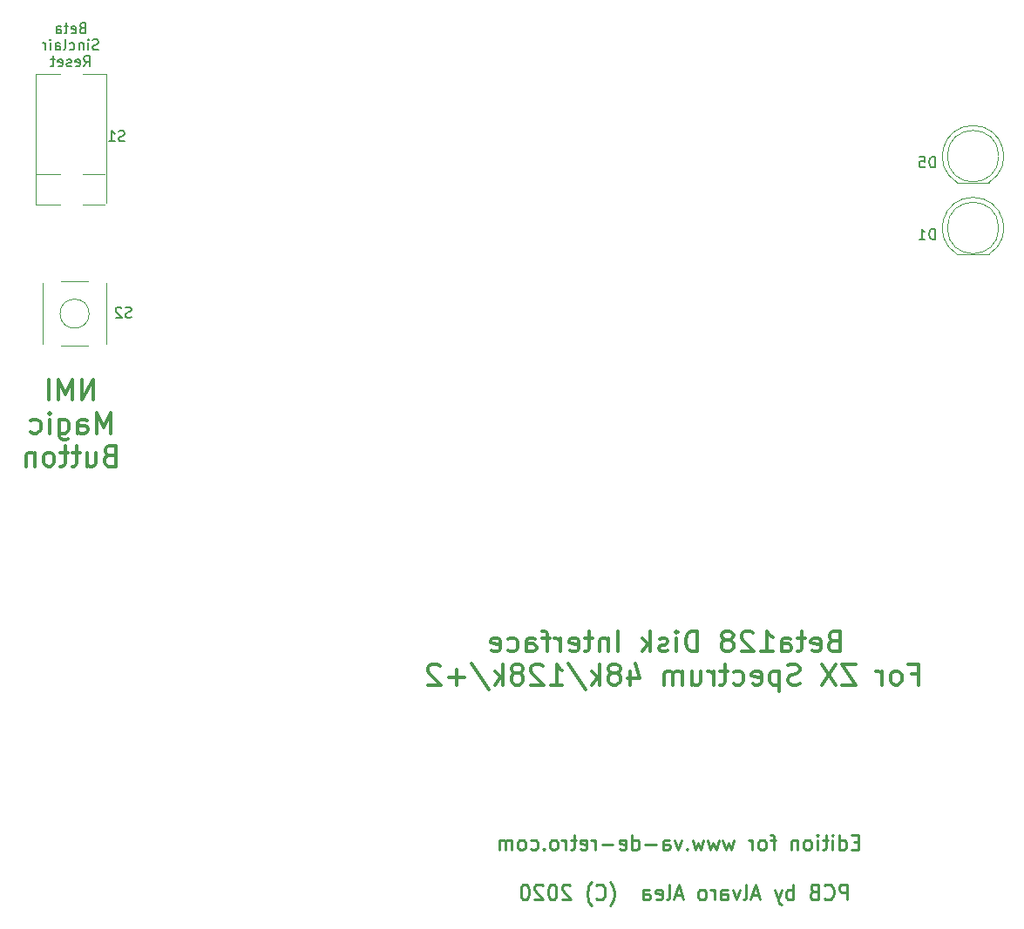
<source format=gbr>
G04 #@! TF.GenerationSoftware,KiCad,Pcbnew,5.99.0-unknown-4dfe630~86~ubuntu19.10.1*
G04 #@! TF.CreationDate,2020-03-08T16:29:21+04:00*
G04 #@! TF.ProjectId,beta128_r0.3,62657461-3132-4385-9f72-302e332e6b69,rev?*
G04 #@! TF.SameCoordinates,Original*
G04 #@! TF.FileFunction,Legend,Bot*
G04 #@! TF.FilePolarity,Positive*
%FSLAX46Y46*%
G04 Gerber Fmt 4.6, Leading zero omitted, Abs format (unit mm)*
G04 Created by KiCad (PCBNEW 5.99.0-unknown-4dfe630~86~ubuntu19.10.1) date 2020-03-08 16:29:21*
%MOMM*%
%LPD*%
G01*
G04 APERTURE LIST*
%ADD10C,0.150000*%
%ADD11C,0.300000*%
%ADD12C,0.250000*%
%ADD13C,0.120000*%
G04 APERTURE END LIST*
D10*
X45545238Y-41498571D02*
X45402380Y-41546190D01*
X45354761Y-41593809D01*
X45307142Y-41689047D01*
X45307142Y-41831904D01*
X45354761Y-41927142D01*
X45402380Y-41974761D01*
X45497619Y-42022380D01*
X45878571Y-42022380D01*
X45878571Y-41022380D01*
X45545238Y-41022380D01*
X45450000Y-41070000D01*
X45402380Y-41117619D01*
X45354761Y-41212857D01*
X45354761Y-41308095D01*
X45402380Y-41403333D01*
X45450000Y-41450952D01*
X45545238Y-41498571D01*
X45878571Y-41498571D01*
X44497619Y-41974761D02*
X44592857Y-42022380D01*
X44783333Y-42022380D01*
X44878571Y-41974761D01*
X44926190Y-41879523D01*
X44926190Y-41498571D01*
X44878571Y-41403333D01*
X44783333Y-41355714D01*
X44592857Y-41355714D01*
X44497619Y-41403333D01*
X44450000Y-41498571D01*
X44450000Y-41593809D01*
X44926190Y-41689047D01*
X44164285Y-41355714D02*
X43783333Y-41355714D01*
X44021428Y-41022380D02*
X44021428Y-41879523D01*
X43973809Y-41974761D01*
X43878571Y-42022380D01*
X43783333Y-42022380D01*
X43021428Y-42022380D02*
X43021428Y-41498571D01*
X43069047Y-41403333D01*
X43164285Y-41355714D01*
X43354761Y-41355714D01*
X43450000Y-41403333D01*
X43021428Y-41974761D02*
X43116666Y-42022380D01*
X43354761Y-42022380D01*
X43450000Y-41974761D01*
X43497619Y-41879523D01*
X43497619Y-41784285D01*
X43450000Y-41689047D01*
X43354761Y-41641428D01*
X43116666Y-41641428D01*
X43021428Y-41593809D01*
X47116666Y-43584761D02*
X46973809Y-43632380D01*
X46735714Y-43632380D01*
X46640476Y-43584761D01*
X46592857Y-43537142D01*
X46545238Y-43441904D01*
X46545238Y-43346666D01*
X46592857Y-43251428D01*
X46640476Y-43203809D01*
X46735714Y-43156190D01*
X46926190Y-43108571D01*
X47021428Y-43060952D01*
X47069047Y-43013333D01*
X47116666Y-42918095D01*
X47116666Y-42822857D01*
X47069047Y-42727619D01*
X47021428Y-42680000D01*
X46926190Y-42632380D01*
X46688095Y-42632380D01*
X46545238Y-42680000D01*
X46116666Y-43632380D02*
X46116666Y-42965714D01*
X46116666Y-42632380D02*
X46164285Y-42680000D01*
X46116666Y-42727619D01*
X46069047Y-42680000D01*
X46116666Y-42632380D01*
X46116666Y-42727619D01*
X45640476Y-42965714D02*
X45640476Y-43632380D01*
X45640476Y-43060952D02*
X45592857Y-43013333D01*
X45497619Y-42965714D01*
X45354761Y-42965714D01*
X45259523Y-43013333D01*
X45211904Y-43108571D01*
X45211904Y-43632380D01*
X44307142Y-43584761D02*
X44402380Y-43632380D01*
X44592857Y-43632380D01*
X44688095Y-43584761D01*
X44735714Y-43537142D01*
X44783333Y-43441904D01*
X44783333Y-43156190D01*
X44735714Y-43060952D01*
X44688095Y-43013333D01*
X44592857Y-42965714D01*
X44402380Y-42965714D01*
X44307142Y-43013333D01*
X43735714Y-43632380D02*
X43830952Y-43584761D01*
X43878571Y-43489523D01*
X43878571Y-42632380D01*
X42926190Y-43632380D02*
X42926190Y-43108571D01*
X42973809Y-43013333D01*
X43069047Y-42965714D01*
X43259523Y-42965714D01*
X43354761Y-43013333D01*
X42926190Y-43584761D02*
X43021428Y-43632380D01*
X43259523Y-43632380D01*
X43354761Y-43584761D01*
X43402380Y-43489523D01*
X43402380Y-43394285D01*
X43354761Y-43299047D01*
X43259523Y-43251428D01*
X43021428Y-43251428D01*
X42926190Y-43203809D01*
X42450000Y-43632380D02*
X42450000Y-42965714D01*
X42450000Y-42632380D02*
X42497619Y-42680000D01*
X42450000Y-42727619D01*
X42402380Y-42680000D01*
X42450000Y-42632380D01*
X42450000Y-42727619D01*
X41973809Y-43632380D02*
X41973809Y-42965714D01*
X41973809Y-43156190D02*
X41926190Y-43060952D01*
X41878571Y-43013333D01*
X41783333Y-42965714D01*
X41688095Y-42965714D01*
X45688095Y-45242380D02*
X46021428Y-44766190D01*
X46259523Y-45242380D02*
X46259523Y-44242380D01*
X45878571Y-44242380D01*
X45783333Y-44290000D01*
X45735714Y-44337619D01*
X45688095Y-44432857D01*
X45688095Y-44575714D01*
X45735714Y-44670952D01*
X45783333Y-44718571D01*
X45878571Y-44766190D01*
X46259523Y-44766190D01*
X44878571Y-45194761D02*
X44973809Y-45242380D01*
X45164285Y-45242380D01*
X45259523Y-45194761D01*
X45307142Y-45099523D01*
X45307142Y-44718571D01*
X45259523Y-44623333D01*
X45164285Y-44575714D01*
X44973809Y-44575714D01*
X44878571Y-44623333D01*
X44830952Y-44718571D01*
X44830952Y-44813809D01*
X45307142Y-44909047D01*
X44450000Y-45194761D02*
X44354761Y-45242380D01*
X44164285Y-45242380D01*
X44069047Y-45194761D01*
X44021428Y-45099523D01*
X44021428Y-45051904D01*
X44069047Y-44956666D01*
X44164285Y-44909047D01*
X44307142Y-44909047D01*
X44402380Y-44861428D01*
X44450000Y-44766190D01*
X44450000Y-44718571D01*
X44402380Y-44623333D01*
X44307142Y-44575714D01*
X44164285Y-44575714D01*
X44069047Y-44623333D01*
X43211904Y-45194761D02*
X43307142Y-45242380D01*
X43497619Y-45242380D01*
X43592857Y-45194761D01*
X43640476Y-45099523D01*
X43640476Y-44718571D01*
X43592857Y-44623333D01*
X43497619Y-44575714D01*
X43307142Y-44575714D01*
X43211904Y-44623333D01*
X43164285Y-44718571D01*
X43164285Y-44813809D01*
X43640476Y-44909047D01*
X42878571Y-44575714D02*
X42497619Y-44575714D01*
X42735714Y-44242380D02*
X42735714Y-45099523D01*
X42688095Y-45194761D01*
X42592857Y-45242380D01*
X42497619Y-45242380D01*
D11*
X46640476Y-77694761D02*
X46640476Y-75694761D01*
X45497619Y-77694761D01*
X45497619Y-75694761D01*
X44545238Y-77694761D02*
X44545238Y-75694761D01*
X43878571Y-77123333D01*
X43211904Y-75694761D01*
X43211904Y-77694761D01*
X42259523Y-77694761D02*
X42259523Y-75694761D01*
X48259523Y-80914761D02*
X48259523Y-78914761D01*
X47592857Y-80343333D01*
X46926190Y-78914761D01*
X46926190Y-80914761D01*
X45116666Y-80914761D02*
X45116666Y-79867142D01*
X45211904Y-79676666D01*
X45402380Y-79581428D01*
X45783333Y-79581428D01*
X45973809Y-79676666D01*
X45116666Y-80819523D02*
X45307142Y-80914761D01*
X45783333Y-80914761D01*
X45973809Y-80819523D01*
X46069047Y-80629047D01*
X46069047Y-80438571D01*
X45973809Y-80248095D01*
X45783333Y-80152857D01*
X45307142Y-80152857D01*
X45116666Y-80057619D01*
X43307142Y-79581428D02*
X43307142Y-81200476D01*
X43402380Y-81390952D01*
X43497619Y-81486190D01*
X43688095Y-81581428D01*
X43973809Y-81581428D01*
X44164285Y-81486190D01*
X43307142Y-80819523D02*
X43497619Y-80914761D01*
X43878571Y-80914761D01*
X44069047Y-80819523D01*
X44164285Y-80724285D01*
X44259523Y-80533809D01*
X44259523Y-79962380D01*
X44164285Y-79771904D01*
X44069047Y-79676666D01*
X43878571Y-79581428D01*
X43497619Y-79581428D01*
X43307142Y-79676666D01*
X42354761Y-80914761D02*
X42354761Y-79581428D01*
X42354761Y-78914761D02*
X42450000Y-79010000D01*
X42354761Y-79105238D01*
X42259523Y-79010000D01*
X42354761Y-78914761D01*
X42354761Y-79105238D01*
X40545238Y-80819523D02*
X40735714Y-80914761D01*
X41116666Y-80914761D01*
X41307142Y-80819523D01*
X41402380Y-80724285D01*
X41497619Y-80533809D01*
X41497619Y-79962380D01*
X41402380Y-79771904D01*
X41307142Y-79676666D01*
X41116666Y-79581428D01*
X40735714Y-79581428D01*
X40545238Y-79676666D01*
X48164285Y-83087142D02*
X47878571Y-83182380D01*
X47783333Y-83277619D01*
X47688095Y-83468095D01*
X47688095Y-83753809D01*
X47783333Y-83944285D01*
X47878571Y-84039523D01*
X48069047Y-84134761D01*
X48830952Y-84134761D01*
X48830952Y-82134761D01*
X48164285Y-82134761D01*
X47973809Y-82230000D01*
X47878571Y-82325238D01*
X47783333Y-82515714D01*
X47783333Y-82706190D01*
X47878571Y-82896666D01*
X47973809Y-82991904D01*
X48164285Y-83087142D01*
X48830952Y-83087142D01*
X45973809Y-82801428D02*
X45973809Y-84134761D01*
X46830952Y-82801428D02*
X46830952Y-83849047D01*
X46735714Y-84039523D01*
X46545238Y-84134761D01*
X46259523Y-84134761D01*
X46069047Y-84039523D01*
X45973809Y-83944285D01*
X45307142Y-82801428D02*
X44545238Y-82801428D01*
X45021428Y-82134761D02*
X45021428Y-83849047D01*
X44926190Y-84039523D01*
X44735714Y-84134761D01*
X44545238Y-84134761D01*
X44164285Y-82801428D02*
X43402380Y-82801428D01*
X43878571Y-82134761D02*
X43878571Y-83849047D01*
X43783333Y-84039523D01*
X43592857Y-84134761D01*
X43402380Y-84134761D01*
X42450000Y-84134761D02*
X42640476Y-84039523D01*
X42735714Y-83944285D01*
X42830952Y-83753809D01*
X42830952Y-83182380D01*
X42735714Y-82991904D01*
X42640476Y-82896666D01*
X42450000Y-82801428D01*
X42164285Y-82801428D01*
X41973809Y-82896666D01*
X41878571Y-82991904D01*
X41783333Y-83182380D01*
X41783333Y-83753809D01*
X41878571Y-83944285D01*
X41973809Y-84039523D01*
X42164285Y-84134761D01*
X42450000Y-84134761D01*
X40926190Y-82801428D02*
X40926190Y-84134761D01*
X40926190Y-82991904D02*
X40830952Y-82896666D01*
X40640476Y-82801428D01*
X40354761Y-82801428D01*
X40164285Y-82896666D01*
X40069047Y-83087142D01*
X40069047Y-84134761D01*
X118520714Y-101117142D02*
X118235000Y-101212380D01*
X118139761Y-101307619D01*
X118044523Y-101498095D01*
X118044523Y-101783809D01*
X118139761Y-101974285D01*
X118235000Y-102069523D01*
X118425476Y-102164761D01*
X119187380Y-102164761D01*
X119187380Y-100164761D01*
X118520714Y-100164761D01*
X118330238Y-100260000D01*
X118235000Y-100355238D01*
X118139761Y-100545714D01*
X118139761Y-100736190D01*
X118235000Y-100926666D01*
X118330238Y-101021904D01*
X118520714Y-101117142D01*
X119187380Y-101117142D01*
X116425476Y-102069523D02*
X116615952Y-102164761D01*
X116996904Y-102164761D01*
X117187380Y-102069523D01*
X117282619Y-101879047D01*
X117282619Y-101117142D01*
X117187380Y-100926666D01*
X116996904Y-100831428D01*
X116615952Y-100831428D01*
X116425476Y-100926666D01*
X116330238Y-101117142D01*
X116330238Y-101307619D01*
X117282619Y-101498095D01*
X115758809Y-100831428D02*
X114996904Y-100831428D01*
X115473095Y-100164761D02*
X115473095Y-101879047D01*
X115377857Y-102069523D01*
X115187380Y-102164761D01*
X114996904Y-102164761D01*
X113473095Y-102164761D02*
X113473095Y-101117142D01*
X113568333Y-100926666D01*
X113758809Y-100831428D01*
X114139761Y-100831428D01*
X114330238Y-100926666D01*
X113473095Y-102069523D02*
X113663571Y-102164761D01*
X114139761Y-102164761D01*
X114330238Y-102069523D01*
X114425476Y-101879047D01*
X114425476Y-101688571D01*
X114330238Y-101498095D01*
X114139761Y-101402857D01*
X113663571Y-101402857D01*
X113473095Y-101307619D01*
X111473095Y-102164761D02*
X112615952Y-102164761D01*
X112044523Y-102164761D02*
X112044523Y-100164761D01*
X112235000Y-100450476D01*
X112425476Y-100640952D01*
X112615952Y-100736190D01*
X110711190Y-100355238D02*
X110615952Y-100260000D01*
X110425476Y-100164761D01*
X109949285Y-100164761D01*
X109758809Y-100260000D01*
X109663571Y-100355238D01*
X109568333Y-100545714D01*
X109568333Y-100736190D01*
X109663571Y-101021904D01*
X110806428Y-102164761D01*
X109568333Y-102164761D01*
X108425476Y-101021904D02*
X108615952Y-100926666D01*
X108711190Y-100831428D01*
X108806428Y-100640952D01*
X108806428Y-100545714D01*
X108711190Y-100355238D01*
X108615952Y-100260000D01*
X108425476Y-100164761D01*
X108044523Y-100164761D01*
X107854047Y-100260000D01*
X107758809Y-100355238D01*
X107663571Y-100545714D01*
X107663571Y-100640952D01*
X107758809Y-100831428D01*
X107854047Y-100926666D01*
X108044523Y-101021904D01*
X108425476Y-101021904D01*
X108615952Y-101117142D01*
X108711190Y-101212380D01*
X108806428Y-101402857D01*
X108806428Y-101783809D01*
X108711190Y-101974285D01*
X108615952Y-102069523D01*
X108425476Y-102164761D01*
X108044523Y-102164761D01*
X107854047Y-102069523D01*
X107758809Y-101974285D01*
X107663571Y-101783809D01*
X107663571Y-101402857D01*
X107758809Y-101212380D01*
X107854047Y-101117142D01*
X108044523Y-101021904D01*
X105282619Y-102164761D02*
X105282619Y-100164761D01*
X104806428Y-100164761D01*
X104520714Y-100260000D01*
X104330238Y-100450476D01*
X104235000Y-100640952D01*
X104139761Y-101021904D01*
X104139761Y-101307619D01*
X104235000Y-101688571D01*
X104330238Y-101879047D01*
X104520714Y-102069523D01*
X104806428Y-102164761D01*
X105282619Y-102164761D01*
X103282619Y-102164761D02*
X103282619Y-100831428D01*
X103282619Y-100164761D02*
X103377857Y-100260000D01*
X103282619Y-100355238D01*
X103187380Y-100260000D01*
X103282619Y-100164761D01*
X103282619Y-100355238D01*
X102425476Y-102069523D02*
X102235000Y-102164761D01*
X101854047Y-102164761D01*
X101663571Y-102069523D01*
X101568333Y-101879047D01*
X101568333Y-101783809D01*
X101663571Y-101593333D01*
X101854047Y-101498095D01*
X102139761Y-101498095D01*
X102330238Y-101402857D01*
X102425476Y-101212380D01*
X102425476Y-101117142D01*
X102330238Y-100926666D01*
X102139761Y-100831428D01*
X101854047Y-100831428D01*
X101663571Y-100926666D01*
X100711190Y-102164761D02*
X100711190Y-100164761D01*
X100520714Y-101402857D02*
X99949285Y-102164761D01*
X99949285Y-100831428D02*
X100711190Y-101593333D01*
X97568333Y-102164761D02*
X97568333Y-100164761D01*
X96615952Y-100831428D02*
X96615952Y-102164761D01*
X96615952Y-101021904D02*
X96520714Y-100926666D01*
X96330238Y-100831428D01*
X96044523Y-100831428D01*
X95854047Y-100926666D01*
X95758809Y-101117142D01*
X95758809Y-102164761D01*
X95092142Y-100831428D02*
X94330238Y-100831428D01*
X94806428Y-100164761D02*
X94806428Y-101879047D01*
X94711190Y-102069523D01*
X94520714Y-102164761D01*
X94330238Y-102164761D01*
X92901666Y-102069523D02*
X93092142Y-102164761D01*
X93473095Y-102164761D01*
X93663571Y-102069523D01*
X93758809Y-101879047D01*
X93758809Y-101117142D01*
X93663571Y-100926666D01*
X93473095Y-100831428D01*
X93092142Y-100831428D01*
X92901666Y-100926666D01*
X92806428Y-101117142D01*
X92806428Y-101307619D01*
X93758809Y-101498095D01*
X91949285Y-102164761D02*
X91949285Y-100831428D01*
X91949285Y-101212380D02*
X91854047Y-101021904D01*
X91758809Y-100926666D01*
X91568333Y-100831428D01*
X91377857Y-100831428D01*
X90996904Y-100831428D02*
X90235000Y-100831428D01*
X90711190Y-102164761D02*
X90711190Y-100450476D01*
X90615952Y-100260000D01*
X90425476Y-100164761D01*
X90235000Y-100164761D01*
X88711190Y-102164761D02*
X88711190Y-101117142D01*
X88806428Y-100926666D01*
X88996904Y-100831428D01*
X89377857Y-100831428D01*
X89568333Y-100926666D01*
X88711190Y-102069523D02*
X88901666Y-102164761D01*
X89377857Y-102164761D01*
X89568333Y-102069523D01*
X89663571Y-101879047D01*
X89663571Y-101688571D01*
X89568333Y-101498095D01*
X89377857Y-101402857D01*
X88901666Y-101402857D01*
X88711190Y-101307619D01*
X86901666Y-102069523D02*
X87092142Y-102164761D01*
X87473095Y-102164761D01*
X87663571Y-102069523D01*
X87758809Y-101974285D01*
X87854047Y-101783809D01*
X87854047Y-101212380D01*
X87758809Y-101021904D01*
X87663571Y-100926666D01*
X87473095Y-100831428D01*
X87092142Y-100831428D01*
X86901666Y-100926666D01*
X85282619Y-102069523D02*
X85473095Y-102164761D01*
X85854047Y-102164761D01*
X86044523Y-102069523D01*
X86139761Y-101879047D01*
X86139761Y-101117142D01*
X86044523Y-100926666D01*
X85854047Y-100831428D01*
X85473095Y-100831428D01*
X85282619Y-100926666D01*
X85187380Y-101117142D01*
X85187380Y-101307619D01*
X86139761Y-101498095D01*
X126092142Y-104337142D02*
X126758809Y-104337142D01*
X126758809Y-105384761D02*
X126758809Y-103384761D01*
X125806428Y-103384761D01*
X124758809Y-105384761D02*
X124949285Y-105289523D01*
X125044523Y-105194285D01*
X125139761Y-105003809D01*
X125139761Y-104432380D01*
X125044523Y-104241904D01*
X124949285Y-104146666D01*
X124758809Y-104051428D01*
X124473095Y-104051428D01*
X124282619Y-104146666D01*
X124187380Y-104241904D01*
X124092142Y-104432380D01*
X124092142Y-105003809D01*
X124187380Y-105194285D01*
X124282619Y-105289523D01*
X124473095Y-105384761D01*
X124758809Y-105384761D01*
X123235000Y-105384761D02*
X123235000Y-104051428D01*
X123235000Y-104432380D02*
X123139761Y-104241904D01*
X123044523Y-104146666D01*
X122854047Y-104051428D01*
X122663571Y-104051428D01*
X120663571Y-103384761D02*
X119330238Y-103384761D01*
X120663571Y-105384761D01*
X119330238Y-105384761D01*
X118758809Y-103384761D02*
X117425476Y-105384761D01*
X117425476Y-103384761D02*
X118758809Y-105384761D01*
X115235000Y-105289523D02*
X114949285Y-105384761D01*
X114473095Y-105384761D01*
X114282619Y-105289523D01*
X114187380Y-105194285D01*
X114092142Y-105003809D01*
X114092142Y-104813333D01*
X114187380Y-104622857D01*
X114282619Y-104527619D01*
X114473095Y-104432380D01*
X114854047Y-104337142D01*
X115044523Y-104241904D01*
X115139761Y-104146666D01*
X115235000Y-103956190D01*
X115235000Y-103765714D01*
X115139761Y-103575238D01*
X115044523Y-103480000D01*
X114854047Y-103384761D01*
X114377857Y-103384761D01*
X114092142Y-103480000D01*
X113235000Y-104051428D02*
X113235000Y-106051428D01*
X113235000Y-104146666D02*
X113044523Y-104051428D01*
X112663571Y-104051428D01*
X112473095Y-104146666D01*
X112377857Y-104241904D01*
X112282619Y-104432380D01*
X112282619Y-105003809D01*
X112377857Y-105194285D01*
X112473095Y-105289523D01*
X112663571Y-105384761D01*
X113044523Y-105384761D01*
X113235000Y-105289523D01*
X110663571Y-105289523D02*
X110854047Y-105384761D01*
X111235000Y-105384761D01*
X111425476Y-105289523D01*
X111520714Y-105099047D01*
X111520714Y-104337142D01*
X111425476Y-104146666D01*
X111235000Y-104051428D01*
X110854047Y-104051428D01*
X110663571Y-104146666D01*
X110568333Y-104337142D01*
X110568333Y-104527619D01*
X111520714Y-104718095D01*
X108854047Y-105289523D02*
X109044523Y-105384761D01*
X109425476Y-105384761D01*
X109615952Y-105289523D01*
X109711190Y-105194285D01*
X109806428Y-105003809D01*
X109806428Y-104432380D01*
X109711190Y-104241904D01*
X109615952Y-104146666D01*
X109425476Y-104051428D01*
X109044523Y-104051428D01*
X108854047Y-104146666D01*
X108282619Y-104051428D02*
X107520714Y-104051428D01*
X107996904Y-103384761D02*
X107996904Y-105099047D01*
X107901666Y-105289523D01*
X107711190Y-105384761D01*
X107520714Y-105384761D01*
X106854047Y-105384761D02*
X106854047Y-104051428D01*
X106854047Y-104432380D02*
X106758809Y-104241904D01*
X106663571Y-104146666D01*
X106473095Y-104051428D01*
X106282619Y-104051428D01*
X104758809Y-104051428D02*
X104758809Y-105384761D01*
X105615952Y-104051428D02*
X105615952Y-105099047D01*
X105520714Y-105289523D01*
X105330238Y-105384761D01*
X105044523Y-105384761D01*
X104854047Y-105289523D01*
X104758809Y-105194285D01*
X103806428Y-105384761D02*
X103806428Y-104051428D01*
X103806428Y-104241904D02*
X103711190Y-104146666D01*
X103520714Y-104051428D01*
X103235000Y-104051428D01*
X103044523Y-104146666D01*
X102949285Y-104337142D01*
X102949285Y-105384761D01*
X102949285Y-104337142D02*
X102854047Y-104146666D01*
X102663571Y-104051428D01*
X102377857Y-104051428D01*
X102187380Y-104146666D01*
X102092142Y-104337142D01*
X102092142Y-105384761D01*
X98758809Y-104051428D02*
X98758809Y-105384761D01*
X99235000Y-103289523D02*
X99711190Y-104718095D01*
X98473095Y-104718095D01*
X97425476Y-104241904D02*
X97615952Y-104146666D01*
X97711190Y-104051428D01*
X97806428Y-103860952D01*
X97806428Y-103765714D01*
X97711190Y-103575238D01*
X97615952Y-103480000D01*
X97425476Y-103384761D01*
X97044523Y-103384761D01*
X96854047Y-103480000D01*
X96758809Y-103575238D01*
X96663571Y-103765714D01*
X96663571Y-103860952D01*
X96758809Y-104051428D01*
X96854047Y-104146666D01*
X97044523Y-104241904D01*
X97425476Y-104241904D01*
X97615952Y-104337142D01*
X97711190Y-104432380D01*
X97806428Y-104622857D01*
X97806428Y-105003809D01*
X97711190Y-105194285D01*
X97615952Y-105289523D01*
X97425476Y-105384761D01*
X97044523Y-105384761D01*
X96854047Y-105289523D01*
X96758809Y-105194285D01*
X96663571Y-105003809D01*
X96663571Y-104622857D01*
X96758809Y-104432380D01*
X96854047Y-104337142D01*
X97044523Y-104241904D01*
X95806428Y-105384761D02*
X95806428Y-103384761D01*
X95615952Y-104622857D02*
X95044523Y-105384761D01*
X95044523Y-104051428D02*
X95806428Y-104813333D01*
X92758809Y-103289523D02*
X94473095Y-105860952D01*
X91044523Y-105384761D02*
X92187380Y-105384761D01*
X91615952Y-105384761D02*
X91615952Y-103384761D01*
X91806428Y-103670476D01*
X91996904Y-103860952D01*
X92187380Y-103956190D01*
X90282619Y-103575238D02*
X90187380Y-103480000D01*
X89996904Y-103384761D01*
X89520714Y-103384761D01*
X89330238Y-103480000D01*
X89235000Y-103575238D01*
X89139761Y-103765714D01*
X89139761Y-103956190D01*
X89235000Y-104241904D01*
X90377857Y-105384761D01*
X89139761Y-105384761D01*
X87996904Y-104241904D02*
X88187380Y-104146666D01*
X88282619Y-104051428D01*
X88377857Y-103860952D01*
X88377857Y-103765714D01*
X88282619Y-103575238D01*
X88187380Y-103480000D01*
X87996904Y-103384761D01*
X87615952Y-103384761D01*
X87425476Y-103480000D01*
X87330238Y-103575238D01*
X87235000Y-103765714D01*
X87235000Y-103860952D01*
X87330238Y-104051428D01*
X87425476Y-104146666D01*
X87615952Y-104241904D01*
X87996904Y-104241904D01*
X88187380Y-104337142D01*
X88282619Y-104432380D01*
X88377857Y-104622857D01*
X88377857Y-105003809D01*
X88282619Y-105194285D01*
X88187380Y-105289523D01*
X87996904Y-105384761D01*
X87615952Y-105384761D01*
X87425476Y-105289523D01*
X87330238Y-105194285D01*
X87235000Y-105003809D01*
X87235000Y-104622857D01*
X87330238Y-104432380D01*
X87425476Y-104337142D01*
X87615952Y-104241904D01*
X86377857Y-105384761D02*
X86377857Y-103384761D01*
X86187380Y-104622857D02*
X85615952Y-105384761D01*
X85615952Y-104051428D02*
X86377857Y-104813333D01*
X83330238Y-103289523D02*
X85044523Y-105860952D01*
X82663571Y-104622857D02*
X81139761Y-104622857D01*
X81901666Y-105384761D02*
X81901666Y-103860952D01*
X80282619Y-103575238D02*
X80187380Y-103480000D01*
X79996904Y-103384761D01*
X79520714Y-103384761D01*
X79330238Y-103480000D01*
X79235000Y-103575238D01*
X79139761Y-103765714D01*
X79139761Y-103956190D01*
X79235000Y-104241904D01*
X80377857Y-105384761D01*
X79139761Y-105384761D01*
D12*
X120971666Y-120667857D02*
X120505000Y-120667857D01*
X120305000Y-121453571D02*
X120971666Y-121453571D01*
X120971666Y-119953571D01*
X120305000Y-119953571D01*
X119105000Y-121453571D02*
X119105000Y-119953571D01*
X119105000Y-121382142D02*
X119238333Y-121453571D01*
X119505000Y-121453571D01*
X119638333Y-121382142D01*
X119705000Y-121310714D01*
X119771666Y-121167857D01*
X119771666Y-120739285D01*
X119705000Y-120596428D01*
X119638333Y-120525000D01*
X119505000Y-120453571D01*
X119238333Y-120453571D01*
X119105000Y-120525000D01*
X118438333Y-121453571D02*
X118438333Y-120453571D01*
X118438333Y-119953571D02*
X118505000Y-120025000D01*
X118438333Y-120096428D01*
X118371666Y-120025000D01*
X118438333Y-119953571D01*
X118438333Y-120096428D01*
X117971666Y-120453571D02*
X117438333Y-120453571D01*
X117771666Y-119953571D02*
X117771666Y-121239285D01*
X117705000Y-121382142D01*
X117571666Y-121453571D01*
X117438333Y-121453571D01*
X116971666Y-121453571D02*
X116971666Y-120453571D01*
X116971666Y-119953571D02*
X117038333Y-120025000D01*
X116971666Y-120096428D01*
X116905000Y-120025000D01*
X116971666Y-119953571D01*
X116971666Y-120096428D01*
X116105000Y-121453571D02*
X116238333Y-121382142D01*
X116305000Y-121310714D01*
X116371666Y-121167857D01*
X116371666Y-120739285D01*
X116305000Y-120596428D01*
X116238333Y-120525000D01*
X116105000Y-120453571D01*
X115905000Y-120453571D01*
X115771666Y-120525000D01*
X115705000Y-120596428D01*
X115638333Y-120739285D01*
X115638333Y-121167857D01*
X115705000Y-121310714D01*
X115771666Y-121382142D01*
X115905000Y-121453571D01*
X116105000Y-121453571D01*
X115038333Y-120453571D02*
X115038333Y-121453571D01*
X115038333Y-120596428D02*
X114971666Y-120525000D01*
X114838333Y-120453571D01*
X114638333Y-120453571D01*
X114505000Y-120525000D01*
X114438333Y-120667857D01*
X114438333Y-121453571D01*
X112905000Y-120453571D02*
X112371666Y-120453571D01*
X112705000Y-121453571D02*
X112705000Y-120167857D01*
X112638333Y-120025000D01*
X112505000Y-119953571D01*
X112371666Y-119953571D01*
X111705000Y-121453571D02*
X111838333Y-121382142D01*
X111905000Y-121310714D01*
X111971666Y-121167857D01*
X111971666Y-120739285D01*
X111905000Y-120596428D01*
X111838333Y-120525000D01*
X111705000Y-120453571D01*
X111505000Y-120453571D01*
X111371666Y-120525000D01*
X111305000Y-120596428D01*
X111238333Y-120739285D01*
X111238333Y-121167857D01*
X111305000Y-121310714D01*
X111371666Y-121382142D01*
X111505000Y-121453571D01*
X111705000Y-121453571D01*
X110638333Y-121453571D02*
X110638333Y-120453571D01*
X110638333Y-120739285D02*
X110571666Y-120596428D01*
X110505000Y-120525000D01*
X110371666Y-120453571D01*
X110238333Y-120453571D01*
X108838333Y-120453571D02*
X108571666Y-121453571D01*
X108305000Y-120739285D01*
X108038333Y-121453571D01*
X107771666Y-120453571D01*
X107371666Y-120453571D02*
X107104999Y-121453571D01*
X106838333Y-120739285D01*
X106571666Y-121453571D01*
X106304999Y-120453571D01*
X105904999Y-120453571D02*
X105638333Y-121453571D01*
X105371666Y-120739285D01*
X105104999Y-121453571D01*
X104838333Y-120453571D01*
X104304999Y-121310714D02*
X104238333Y-121382142D01*
X104304999Y-121453571D01*
X104371666Y-121382142D01*
X104304999Y-121310714D01*
X104304999Y-121453571D01*
X103771666Y-120453571D02*
X103438333Y-121453571D01*
X103104999Y-120453571D01*
X101971666Y-121453571D02*
X101971666Y-120667857D01*
X102038333Y-120525000D01*
X102171666Y-120453571D01*
X102438333Y-120453571D01*
X102571666Y-120525000D01*
X101971666Y-121382142D02*
X102104999Y-121453571D01*
X102438333Y-121453571D01*
X102571666Y-121382142D01*
X102638333Y-121239285D01*
X102638333Y-121096428D01*
X102571666Y-120953571D01*
X102438333Y-120882142D01*
X102104999Y-120882142D01*
X101971666Y-120810714D01*
X101304999Y-120882142D02*
X100238333Y-120882142D01*
X98971666Y-121453571D02*
X98971666Y-119953571D01*
X98971666Y-121382142D02*
X99104999Y-121453571D01*
X99371666Y-121453571D01*
X99504999Y-121382142D01*
X99571666Y-121310714D01*
X99638333Y-121167857D01*
X99638333Y-120739285D01*
X99571666Y-120596428D01*
X99504999Y-120525000D01*
X99371666Y-120453571D01*
X99104999Y-120453571D01*
X98971666Y-120525000D01*
X97771666Y-121382142D02*
X97904999Y-121453571D01*
X98171666Y-121453571D01*
X98304999Y-121382142D01*
X98371666Y-121239285D01*
X98371666Y-120667857D01*
X98304999Y-120525000D01*
X98171666Y-120453571D01*
X97904999Y-120453571D01*
X97771666Y-120525000D01*
X97704999Y-120667857D01*
X97704999Y-120810714D01*
X98371666Y-120953571D01*
X97104999Y-120882142D02*
X96038333Y-120882142D01*
X95371666Y-121453571D02*
X95371666Y-120453571D01*
X95371666Y-120739285D02*
X95304999Y-120596428D01*
X95238333Y-120525000D01*
X95104999Y-120453571D01*
X94971666Y-120453571D01*
X93971666Y-121382142D02*
X94104999Y-121453571D01*
X94371666Y-121453571D01*
X94504999Y-121382142D01*
X94571666Y-121239285D01*
X94571666Y-120667857D01*
X94504999Y-120525000D01*
X94371666Y-120453571D01*
X94104999Y-120453571D01*
X93971666Y-120525000D01*
X93904999Y-120667857D01*
X93904999Y-120810714D01*
X94571666Y-120953571D01*
X93504999Y-120453571D02*
X92971666Y-120453571D01*
X93304999Y-119953571D02*
X93304999Y-121239285D01*
X93238333Y-121382142D01*
X93104999Y-121453571D01*
X92971666Y-121453571D01*
X92504999Y-121453571D02*
X92504999Y-120453571D01*
X92504999Y-120739285D02*
X92438333Y-120596428D01*
X92371666Y-120525000D01*
X92238333Y-120453571D01*
X92104999Y-120453571D01*
X91438333Y-121453571D02*
X91571666Y-121382142D01*
X91638333Y-121310714D01*
X91704999Y-121167857D01*
X91704999Y-120739285D01*
X91638333Y-120596428D01*
X91571666Y-120525000D01*
X91438333Y-120453571D01*
X91238333Y-120453571D01*
X91104999Y-120525000D01*
X91038333Y-120596428D01*
X90971666Y-120739285D01*
X90971666Y-121167857D01*
X91038333Y-121310714D01*
X91104999Y-121382142D01*
X91238333Y-121453571D01*
X91438333Y-121453571D01*
X90371666Y-121310714D02*
X90304999Y-121382142D01*
X90371666Y-121453571D01*
X90438333Y-121382142D01*
X90371666Y-121310714D01*
X90371666Y-121453571D01*
X89104999Y-121382142D02*
X89238333Y-121453571D01*
X89504999Y-121453571D01*
X89638333Y-121382142D01*
X89704999Y-121310714D01*
X89771666Y-121167857D01*
X89771666Y-120739285D01*
X89704999Y-120596428D01*
X89638333Y-120525000D01*
X89504999Y-120453571D01*
X89238333Y-120453571D01*
X89104999Y-120525000D01*
X88304999Y-121453571D02*
X88438333Y-121382142D01*
X88504999Y-121310714D01*
X88571666Y-121167857D01*
X88571666Y-120739285D01*
X88504999Y-120596428D01*
X88438333Y-120525000D01*
X88304999Y-120453571D01*
X88104999Y-120453571D01*
X87971666Y-120525000D01*
X87904999Y-120596428D01*
X87838333Y-120739285D01*
X87838333Y-121167857D01*
X87904999Y-121310714D01*
X87971666Y-121382142D01*
X88104999Y-121453571D01*
X88304999Y-121453571D01*
X87238333Y-121453571D02*
X87238333Y-120453571D01*
X87238333Y-120596428D02*
X87171666Y-120525000D01*
X87038333Y-120453571D01*
X86838333Y-120453571D01*
X86704999Y-120525000D01*
X86638333Y-120667857D01*
X86638333Y-121453571D01*
X86638333Y-120667857D02*
X86571666Y-120525000D01*
X86438333Y-120453571D01*
X86238333Y-120453571D01*
X86104999Y-120525000D01*
X86038333Y-120667857D01*
X86038333Y-121453571D01*
X119871666Y-126283571D02*
X119871666Y-124783571D01*
X119338333Y-124783571D01*
X119205000Y-124855000D01*
X119138333Y-124926428D01*
X119071666Y-125069285D01*
X119071666Y-125283571D01*
X119138333Y-125426428D01*
X119205000Y-125497857D01*
X119338333Y-125569285D01*
X119871666Y-125569285D01*
X117671666Y-126140714D02*
X117738333Y-126212142D01*
X117938333Y-126283571D01*
X118071666Y-126283571D01*
X118271666Y-126212142D01*
X118405000Y-126069285D01*
X118471666Y-125926428D01*
X118538333Y-125640714D01*
X118538333Y-125426428D01*
X118471666Y-125140714D01*
X118405000Y-124997857D01*
X118271666Y-124855000D01*
X118071666Y-124783571D01*
X117938333Y-124783571D01*
X117738333Y-124855000D01*
X117671666Y-124926428D01*
X116605000Y-125497857D02*
X116405000Y-125569285D01*
X116338333Y-125640714D01*
X116271666Y-125783571D01*
X116271666Y-125997857D01*
X116338333Y-126140714D01*
X116405000Y-126212142D01*
X116538333Y-126283571D01*
X117071666Y-126283571D01*
X117071666Y-124783571D01*
X116605000Y-124783571D01*
X116471666Y-124855000D01*
X116405000Y-124926428D01*
X116338333Y-125069285D01*
X116338333Y-125212142D01*
X116405000Y-125355000D01*
X116471666Y-125426428D01*
X116605000Y-125497857D01*
X117071666Y-125497857D01*
X114605000Y-126283571D02*
X114605000Y-124783571D01*
X114605000Y-125355000D02*
X114471666Y-125283571D01*
X114205000Y-125283571D01*
X114071666Y-125355000D01*
X114005000Y-125426428D01*
X113938333Y-125569285D01*
X113938333Y-125997857D01*
X114005000Y-126140714D01*
X114071666Y-126212142D01*
X114205000Y-126283571D01*
X114471666Y-126283571D01*
X114605000Y-126212142D01*
X113471666Y-125283571D02*
X113138333Y-126283571D01*
X112805000Y-125283571D02*
X113138333Y-126283571D01*
X113271666Y-126640714D01*
X113338333Y-126712142D01*
X113471666Y-126783571D01*
X111271666Y-125855000D02*
X110605000Y-125855000D01*
X111405000Y-126283571D02*
X110938333Y-124783571D01*
X110471666Y-126283571D01*
X109805000Y-126283571D02*
X109938333Y-126212142D01*
X110005000Y-126069285D01*
X110005000Y-124783571D01*
X109405000Y-125283571D02*
X109071666Y-126283571D01*
X108738333Y-125283571D01*
X107605000Y-126283571D02*
X107605000Y-125497857D01*
X107671666Y-125355000D01*
X107805000Y-125283571D01*
X108071666Y-125283571D01*
X108205000Y-125355000D01*
X107605000Y-126212142D02*
X107738333Y-126283571D01*
X108071666Y-126283571D01*
X108205000Y-126212142D01*
X108271666Y-126069285D01*
X108271666Y-125926428D01*
X108205000Y-125783571D01*
X108071666Y-125712142D01*
X107738333Y-125712142D01*
X107605000Y-125640714D01*
X106938333Y-126283571D02*
X106938333Y-125283571D01*
X106938333Y-125569285D02*
X106871666Y-125426428D01*
X106805000Y-125355000D01*
X106671666Y-125283571D01*
X106538333Y-125283571D01*
X105871666Y-126283571D02*
X106005000Y-126212142D01*
X106071666Y-126140714D01*
X106138333Y-125997857D01*
X106138333Y-125569285D01*
X106071666Y-125426428D01*
X106005000Y-125355000D01*
X105871666Y-125283571D01*
X105671666Y-125283571D01*
X105538333Y-125355000D01*
X105471666Y-125426428D01*
X105405000Y-125569285D01*
X105405000Y-125997857D01*
X105471666Y-126140714D01*
X105538333Y-126212142D01*
X105671666Y-126283571D01*
X105871666Y-126283571D01*
X103805000Y-125855000D02*
X103138333Y-125855000D01*
X103938333Y-126283571D02*
X103471666Y-124783571D01*
X103005000Y-126283571D01*
X102338333Y-126283571D02*
X102471666Y-126212142D01*
X102538333Y-126069285D01*
X102538333Y-124783571D01*
X101271666Y-126212142D02*
X101405000Y-126283571D01*
X101671666Y-126283571D01*
X101805000Y-126212142D01*
X101871666Y-126069285D01*
X101871666Y-125497857D01*
X101805000Y-125355000D01*
X101671666Y-125283571D01*
X101405000Y-125283571D01*
X101271666Y-125355000D01*
X101205000Y-125497857D01*
X101205000Y-125640714D01*
X101871666Y-125783571D01*
X100005000Y-126283571D02*
X100005000Y-125497857D01*
X100071666Y-125355000D01*
X100205000Y-125283571D01*
X100471666Y-125283571D01*
X100605000Y-125355000D01*
X100005000Y-126212142D02*
X100138333Y-126283571D01*
X100471666Y-126283571D01*
X100605000Y-126212142D01*
X100671666Y-126069285D01*
X100671666Y-125926428D01*
X100605000Y-125783571D01*
X100471666Y-125712142D01*
X100138333Y-125712142D01*
X100005000Y-125640714D01*
X96805000Y-126855000D02*
X96871666Y-126783571D01*
X97005000Y-126569285D01*
X97071666Y-126426428D01*
X97138333Y-126212142D01*
X97205000Y-125855000D01*
X97205000Y-125569285D01*
X97138333Y-125212142D01*
X97071666Y-124997857D01*
X97005000Y-124855000D01*
X96871666Y-124640714D01*
X96805000Y-124569285D01*
X95471666Y-126140714D02*
X95538333Y-126212142D01*
X95738333Y-126283571D01*
X95871666Y-126283571D01*
X96071666Y-126212142D01*
X96205000Y-126069285D01*
X96271666Y-125926428D01*
X96338333Y-125640714D01*
X96338333Y-125426428D01*
X96271666Y-125140714D01*
X96205000Y-124997857D01*
X96071666Y-124855000D01*
X95871666Y-124783571D01*
X95738333Y-124783571D01*
X95538333Y-124855000D01*
X95471666Y-124926428D01*
X95005000Y-126855000D02*
X94938333Y-126783571D01*
X94805000Y-126569285D01*
X94738333Y-126426428D01*
X94671666Y-126212142D01*
X94605000Y-125855000D01*
X94605000Y-125569285D01*
X94671666Y-125212142D01*
X94738333Y-124997857D01*
X94805000Y-124855000D01*
X94938333Y-124640714D01*
X95005000Y-124569285D01*
X92938333Y-124926428D02*
X92871666Y-124855000D01*
X92738333Y-124783571D01*
X92405000Y-124783571D01*
X92271666Y-124855000D01*
X92205000Y-124926428D01*
X92138333Y-125069285D01*
X92138333Y-125212142D01*
X92205000Y-125426428D01*
X93005000Y-126283571D01*
X92138333Y-126283571D01*
X91271666Y-124783571D02*
X91138333Y-124783571D01*
X91005000Y-124855000D01*
X90938333Y-124926428D01*
X90871666Y-125069285D01*
X90805000Y-125355000D01*
X90805000Y-125712142D01*
X90871666Y-125997857D01*
X90938333Y-126140714D01*
X91005000Y-126212142D01*
X91138333Y-126283571D01*
X91271666Y-126283571D01*
X91405000Y-126212142D01*
X91471666Y-126140714D01*
X91538333Y-125997857D01*
X91605000Y-125712142D01*
X91605000Y-125355000D01*
X91538333Y-125069285D01*
X91471666Y-124926428D01*
X91405000Y-124855000D01*
X91271666Y-124783571D01*
X90271666Y-124926428D02*
X90205000Y-124855000D01*
X90071666Y-124783571D01*
X89738333Y-124783571D01*
X89605000Y-124855000D01*
X89538333Y-124926428D01*
X89471666Y-125069285D01*
X89471666Y-125212142D01*
X89538333Y-125426428D01*
X90338333Y-126283571D01*
X89471666Y-126283571D01*
X88605000Y-124783571D02*
X88471666Y-124783571D01*
X88338333Y-124855000D01*
X88271666Y-124926428D01*
X88205000Y-125069285D01*
X88138333Y-125355000D01*
X88138333Y-125712142D01*
X88205000Y-125997857D01*
X88271666Y-126140714D01*
X88338333Y-126212142D01*
X88471666Y-126283571D01*
X88605000Y-126283571D01*
X88738333Y-126212142D01*
X88805000Y-126140714D01*
X88871666Y-125997857D01*
X88938333Y-125712142D01*
X88938333Y-125355000D01*
X88871666Y-125069285D01*
X88805000Y-124926428D01*
X88738333Y-124855000D01*
X88605000Y-124783571D01*
D13*
X41071000Y-55700000D02*
X43400000Y-55700000D01*
X45550000Y-55700000D02*
X47750000Y-55700000D01*
X41021000Y-45950000D02*
X43350000Y-45950000D01*
X45550000Y-45950000D02*
X47879000Y-45950000D01*
X45550000Y-58650000D02*
X47750000Y-58650000D01*
X41021000Y-58650000D02*
X43350000Y-58650000D01*
X47879000Y-58550000D02*
X47879000Y-45950000D01*
X41021000Y-45950000D02*
X41021000Y-58650000D01*
X46209214Y-69290000D02*
G75*
G03*
X46209214Y-69290000I-1414214J0D01*
G01*
X47915000Y-66320000D02*
X47915000Y-72260000D01*
X41675000Y-66320000D02*
X41675000Y-72260000D01*
X46135000Y-66170000D02*
X43455000Y-66170000D01*
X43455000Y-72410000D02*
X46135000Y-72410000D01*
X132079538Y-50985000D02*
G75*
G02*
X133624830Y-56535000I462J-2990000D01*
G01*
X132080462Y-50985000D02*
G75*
G03*
X130535170Y-56535000I-462J-2990000D01*
G01*
X134580000Y-53975000D02*
G75*
G03*
X134580000Y-53975000I-2500000J0D01*
G01*
X133625000Y-56535000D02*
X130535000Y-56535000D01*
X132079538Y-57970000D02*
G75*
G02*
X133624830Y-63520000I462J-2990000D01*
G01*
X132080462Y-57970000D02*
G75*
G03*
X130535170Y-63520000I-462J-2990000D01*
G01*
X134580000Y-60960000D02*
G75*
G03*
X134580000Y-60960000I-2500000J0D01*
G01*
X133625000Y-63520000D02*
X130535000Y-63520000D01*
D10*
X49656904Y-52474761D02*
X49514047Y-52522380D01*
X49275952Y-52522380D01*
X49180714Y-52474761D01*
X49133095Y-52427142D01*
X49085476Y-52331904D01*
X49085476Y-52236666D01*
X49133095Y-52141428D01*
X49180714Y-52093809D01*
X49275952Y-52046190D01*
X49466428Y-51998571D01*
X49561666Y-51950952D01*
X49609285Y-51903333D01*
X49656904Y-51808095D01*
X49656904Y-51712857D01*
X49609285Y-51617619D01*
X49561666Y-51570000D01*
X49466428Y-51522380D01*
X49228333Y-51522380D01*
X49085476Y-51570000D01*
X48133095Y-52522380D02*
X48704523Y-52522380D01*
X48418809Y-52522380D02*
X48418809Y-51522380D01*
X48514047Y-51665238D01*
X48609285Y-51760476D01*
X48704523Y-51808095D01*
X50291904Y-69619761D02*
X50149047Y-69667380D01*
X49910952Y-69667380D01*
X49815714Y-69619761D01*
X49768095Y-69572142D01*
X49720476Y-69476904D01*
X49720476Y-69381666D01*
X49768095Y-69286428D01*
X49815714Y-69238809D01*
X49910952Y-69191190D01*
X50101428Y-69143571D01*
X50196666Y-69095952D01*
X50244285Y-69048333D01*
X50291904Y-68953095D01*
X50291904Y-68857857D01*
X50244285Y-68762619D01*
X50196666Y-68715000D01*
X50101428Y-68667380D01*
X49863333Y-68667380D01*
X49720476Y-68715000D01*
X49339523Y-68762619D02*
X49291904Y-68715000D01*
X49196666Y-68667380D01*
X48958571Y-68667380D01*
X48863333Y-68715000D01*
X48815714Y-68762619D01*
X48768095Y-68857857D01*
X48768095Y-68953095D01*
X48815714Y-69095952D01*
X49387142Y-69667380D01*
X48768095Y-69667380D01*
X128373095Y-55062380D02*
X128373095Y-54062380D01*
X128135000Y-54062380D01*
X127992142Y-54110000D01*
X127896904Y-54205238D01*
X127849285Y-54300476D01*
X127801666Y-54490952D01*
X127801666Y-54633809D01*
X127849285Y-54824285D01*
X127896904Y-54919523D01*
X127992142Y-55014761D01*
X128135000Y-55062380D01*
X128373095Y-55062380D01*
X126896904Y-54062380D02*
X127373095Y-54062380D01*
X127420714Y-54538571D01*
X127373095Y-54490952D01*
X127277857Y-54443333D01*
X127039761Y-54443333D01*
X126944523Y-54490952D01*
X126896904Y-54538571D01*
X126849285Y-54633809D01*
X126849285Y-54871904D01*
X126896904Y-54967142D01*
X126944523Y-55014761D01*
X127039761Y-55062380D01*
X127277857Y-55062380D01*
X127373095Y-55014761D01*
X127420714Y-54967142D01*
X128373095Y-62047380D02*
X128373095Y-61047380D01*
X128135000Y-61047380D01*
X127992142Y-61095000D01*
X127896904Y-61190238D01*
X127849285Y-61285476D01*
X127801666Y-61475952D01*
X127801666Y-61618809D01*
X127849285Y-61809285D01*
X127896904Y-61904523D01*
X127992142Y-61999761D01*
X128135000Y-62047380D01*
X128373095Y-62047380D01*
X126849285Y-62047380D02*
X127420714Y-62047380D01*
X127135000Y-62047380D02*
X127135000Y-61047380D01*
X127230238Y-61190238D01*
X127325476Y-61285476D01*
X127420714Y-61333095D01*
M02*

</source>
